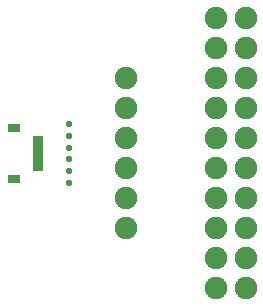
<source format=gts>
%FSLAX46Y46*%
%MOMM*%
%AMPS13*
1,1,1.900000,0.000000,0.000000*
%
%ADD13PS13*%
%AMPS12*
1,1,1.900000,0.000000,0.000000*
%
%ADD12PS12*%
%AMPS10*
21,1,1.100000,0.750000,0.000000,0.000000,0.000000*
%
%ADD10PS10*%
%AMPS11*
21,1,0.450000,0.850000,0.000000,0.000000,90.000000*
%
%ADD11PS11*%
%AMPS14*
1,1,0.550000,0.000000,0.000000*
%
%ADD14PS14*%
G01*
G01*
%LPD*%
G75*
D10*
X-6925000Y-2175000D03*
D11*
X-4900000Y250000D03*
D11*
X-4900000Y-250000D03*
D11*
X-4900000Y750000D03*
D11*
X-4900000Y1250000D03*
D11*
X-4900000Y-1250000D03*
D10*
X-6925000Y2175000D03*
D11*
X-4900000Y-750000D03*
D12*
X12700000Y11430000D03*
D12*
X12700000Y3810000D03*
D12*
X10160000Y3810000D03*
D12*
X10160000Y6350000D03*
D12*
X12700000Y-3810000D03*
D12*
X12700000Y-8890000D03*
D12*
X12700000Y6350000D03*
D12*
X12700000Y-1270000D03*
D12*
X10160000Y-8890000D03*
D12*
X10160000Y-1270000D03*
D12*
X10160000Y11430000D03*
D12*
X12700000Y1270000D03*
D12*
X10160000Y1270000D03*
D12*
X12700000Y-6350000D03*
D12*
X10160000Y-11430000D03*
D12*
X12700000Y8890000D03*
D12*
X10160000Y-6350000D03*
D12*
X12700000Y-11430000D03*
D12*
X10160000Y8890000D03*
D12*
X10160000Y-3810000D03*
D13*
X2540000Y-1270000D03*
D13*
X2540000Y6350000D03*
D13*
X2540000Y3810000D03*
D13*
X2540000Y-3810000D03*
D13*
X2540000Y1270000D03*
D13*
X2540000Y-6350000D03*
D14*
X-2250000Y-2500000D03*
D14*
X-2250000Y500000D03*
D14*
X-2250000Y2500000D03*
D14*
X-2250000Y1500000D03*
D14*
X-2250000Y-1500000D03*
D14*
X-2250000Y-500000D03*
M02*

</source>
